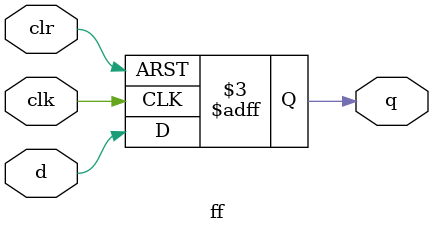
<source format=v>
module ff(clk, d, clr, q);
	input  clk, d, clr;
	output q;
	reg    q;
	always @(negedge clk or posedge clr) 
        begin
          if (clr==1)
	      q <= 0;
	   else
	      q <= d;
	end
        endmodule

</source>
